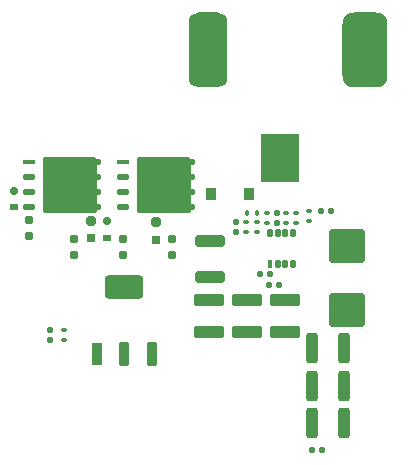
<source format=gbr>
%TF.GenerationSoftware,Altium Limited,Altium Designer,24.6.1 (21)*%
G04 Layer_Color=8421504*
%FSLAX45Y45*%
%MOMM*%
%TF.SameCoordinates,18E76ECD-83C5-444D-8C50-6D49F83D0F89*%
%TF.FilePolarity,Positive*%
%TF.FileFunction,Paste,Top*%
%TF.Part,Single*%
G01*
G75*
%TA.AperFunction,SMDPad,CuDef*%
%ADD11R,0.45000X0.75000*%
G04:AMPARAMS|DCode=12|XSize=0.45mm|YSize=0.75mm|CornerRadius=0.1125mm|HoleSize=0mm|Usage=FLASHONLY|Rotation=180.000|XOffset=0mm|YOffset=0mm|HoleType=Round|Shape=RoundedRectangle|*
%AMROUNDEDRECTD12*
21,1,0.45000,0.52500,0,0,180.0*
21,1,0.22500,0.75000,0,0,180.0*
1,1,0.22500,-0.11250,0.26250*
1,1,0.22500,0.11250,0.26250*
1,1,0.22500,0.11250,-0.26250*
1,1,0.22500,-0.11250,-0.26250*
%
%ADD12ROUNDEDRECTD12*%
%TA.AperFunction,ConnectorPad*%
%ADD13R,3.30000X4.06000*%
G04:AMPARAMS|DCode=14|XSize=3.81mm|YSize=6.35mm|CornerRadius=0.9525mm|HoleSize=0mm|Usage=FLASHONLY|Rotation=0.000|XOffset=0mm|YOffset=0mm|HoleType=Round|Shape=RoundedRectangle|*
%AMROUNDEDRECTD14*
21,1,3.81000,4.44500,0,0,0.0*
21,1,1.90500,6.35000,0,0,0.0*
1,1,1.90500,0.95250,-2.22250*
1,1,1.90500,-0.95250,-2.22250*
1,1,1.90500,-0.95250,2.22250*
1,1,1.90500,0.95250,2.22250*
%
%ADD14ROUNDEDRECTD14*%
G04:AMPARAMS|DCode=15|XSize=3.3mm|YSize=6.35mm|CornerRadius=0.825mm|HoleSize=0mm|Usage=FLASHONLY|Rotation=0.000|XOffset=0mm|YOffset=0mm|HoleType=Round|Shape=RoundedRectangle|*
%AMROUNDEDRECTD15*
21,1,3.30000,4.70000,0,0,0.0*
21,1,1.65000,6.35000,0,0,0.0*
1,1,1.65000,0.82500,-2.35000*
1,1,1.65000,-0.82500,-2.35000*
1,1,1.65000,-0.82500,2.35000*
1,1,1.65000,0.82500,2.35000*
%
%ADD15ROUNDEDRECTD15*%
%TA.AperFunction,SMDPad,CuDef*%
%ADD16R,0.90000X1.95000*%
G04:AMPARAMS|DCode=17|XSize=0.9mm|YSize=1.95mm|CornerRadius=0.11mm|HoleSize=0mm|Usage=FLASHONLY|Rotation=180.000|XOffset=0mm|YOffset=0mm|HoleType=Round|Shape=RoundedRectangle|*
%AMROUNDEDRECTD17*
21,1,0.90000,1.73000,0,0,180.0*
21,1,0.68000,1.95000,0,0,180.0*
1,1,0.22000,-0.34000,0.86500*
1,1,0.22000,0.34000,0.86500*
1,1,0.22000,0.34000,-0.86500*
1,1,0.22000,-0.34000,-0.86500*
%
%ADD17ROUNDEDRECTD17*%
G04:AMPARAMS|DCode=18|XSize=3.25mm|YSize=1.95mm|CornerRadius=0.25mm|HoleSize=0mm|Usage=FLASHONLY|Rotation=180.000|XOffset=0mm|YOffset=0mm|HoleType=Round|Shape=RoundedRectangle|*
%AMROUNDEDRECTD18*
21,1,3.25000,1.45000,0,0,180.0*
21,1,2.75000,1.95000,0,0,180.0*
1,1,0.50000,-1.37500,0.72500*
1,1,0.50000,1.37500,0.72500*
1,1,0.50000,1.37500,-0.72500*
1,1,0.50000,-1.37500,-0.72500*
%
%ADD18ROUNDEDRECTD18*%
G04:AMPARAMS|DCode=19|XSize=0.45mm|YSize=1.05mm|CornerRadius=0.1125mm|HoleSize=0mm|Usage=FLASHONLY|Rotation=90.000|XOffset=0mm|YOffset=0mm|HoleType=Round|Shape=RoundedRectangle|*
%AMROUNDEDRECTD19*
21,1,0.45000,0.82500,0,0,90.0*
21,1,0.22500,1.05000,0,0,90.0*
1,1,0.22500,0.41250,0.11250*
1,1,0.22500,0.41250,-0.11250*
1,1,0.22500,-0.41250,-0.11250*
1,1,0.22500,-0.41250,0.11250*
%
%ADD19ROUNDEDRECTD19*%
G04:AMPARAMS|DCode=20|XSize=4.7mm|YSize=4.5mm|CornerRadius=0.1125mm|HoleSize=0mm|Usage=FLASHONLY|Rotation=270.000|XOffset=0mm|YOffset=0mm|HoleType=Round|Shape=RoundedRectangle|*
%AMROUNDEDRECTD20*
21,1,4.70000,4.27500,0,0,270.0*
21,1,4.47500,4.50000,0,0,270.0*
1,1,0.22500,-2.13750,-2.23750*
1,1,0.22500,-2.13750,2.23750*
1,1,0.22500,2.13750,2.23750*
1,1,0.22500,2.13750,-2.23750*
%
%ADD20ROUNDEDRECTD20*%
%ADD21R,1.05000X0.45000*%
G04:AMPARAMS|DCode=22|XSize=1.1mm|YSize=0.9mm|CornerRadius=0.225mm|HoleSize=0mm|Usage=FLASHONLY|Rotation=90.000|XOffset=0mm|YOffset=0mm|HoleType=Round|Shape=RoundedRectangle|*
%AMROUNDEDRECTD22*
21,1,1.10000,0.45000,0,0,90.0*
21,1,0.65000,0.90000,0,0,90.0*
1,1,0.45000,0.22500,0.32500*
1,1,0.45000,0.22500,-0.32500*
1,1,0.45000,-0.22500,-0.32500*
1,1,0.45000,-0.22500,0.32500*
%
%ADD22ROUNDEDRECTD22*%
%ADD23R,0.90000X1.10000*%
G04:AMPARAMS|DCode=24|XSize=0.7mm|YSize=0.6mm|CornerRadius=0.15mm|HoleSize=0mm|Usage=FLASHONLY|Rotation=180.000|XOffset=0mm|YOffset=0mm|HoleType=Round|Shape=RoundedRectangle|*
%AMROUNDEDRECTD24*
21,1,0.70000,0.30000,0,0,180.0*
21,1,0.40000,0.60000,0,0,180.0*
1,1,0.30000,-0.20000,0.15000*
1,1,0.30000,0.20000,0.15000*
1,1,0.30000,0.20000,-0.15000*
1,1,0.30000,-0.20000,-0.15000*
%
%ADD24ROUNDEDRECTD24*%
%ADD25R,0.70000X0.60000*%
G04:AMPARAMS|DCode=26|XSize=0.75mm|YSize=0.6mm|CornerRadius=0.15mm|HoleSize=0mm|Usage=FLASHONLY|Rotation=180.000|XOffset=0mm|YOffset=0mm|HoleType=Round|Shape=RoundedRectangle|*
%AMROUNDEDRECTD26*
21,1,0.75000,0.30000,0,0,180.0*
21,1,0.45000,0.60000,0,0,180.0*
1,1,0.30000,-0.22500,0.15000*
1,1,0.30000,0.22500,0.15000*
1,1,0.30000,0.22500,-0.15000*
1,1,0.30000,-0.22500,-0.15000*
%
%ADD26ROUNDEDRECTD26*%
G04:AMPARAMS|DCode=27|XSize=0.45mm|YSize=0.4mm|CornerRadius=0.1mm|HoleSize=0mm|Usage=FLASHONLY|Rotation=180.000|XOffset=0mm|YOffset=0mm|HoleType=Round|Shape=RoundedRectangle|*
%AMROUNDEDRECTD27*
21,1,0.45000,0.20000,0,0,180.0*
21,1,0.25000,0.40000,0,0,180.0*
1,1,0.20000,-0.12500,0.10000*
1,1,0.20000,0.12500,0.10000*
1,1,0.20000,0.12500,-0.10000*
1,1,0.20000,-0.12500,-0.10000*
%
%ADD27ROUNDEDRECTD27*%
%ADD28R,0.80000X0.80000*%
G04:AMPARAMS|DCode=29|XSize=0.8mm|YSize=0.8mm|CornerRadius=0.2mm|HoleSize=0mm|Usage=FLASHONLY|Rotation=90.000|XOffset=0mm|YOffset=0mm|HoleType=Round|Shape=RoundedRectangle|*
%AMROUNDEDRECTD29*
21,1,0.80000,0.40000,0,0,90.0*
21,1,0.40000,0.80000,0,0,90.0*
1,1,0.40000,0.20000,0.20000*
1,1,0.40000,0.20000,-0.20000*
1,1,0.40000,-0.20000,-0.20000*
1,1,0.40000,-0.20000,0.20000*
%
%ADD29ROUNDEDRECTD29*%
G04:AMPARAMS|DCode=30|XSize=3.05mm|YSize=2.8mm|CornerRadius=0.14mm|HoleSize=0mm|Usage=FLASHONLY|Rotation=0.000|XOffset=0mm|YOffset=0mm|HoleType=Round|Shape=RoundedRectangle|*
%AMROUNDEDRECTD30*
21,1,3.05000,2.52000,0,0,0.0*
21,1,2.77000,2.80000,0,0,0.0*
1,1,0.28000,1.38500,-1.26000*
1,1,0.28000,-1.38500,-1.26000*
1,1,0.28000,-1.38500,1.26000*
1,1,0.28000,1.38500,1.26000*
%
%ADD30ROUNDEDRECTD30*%
G04:AMPARAMS|DCode=31|XSize=2.5mm|YSize=1mm|CornerRadius=0.25mm|HoleSize=0mm|Usage=FLASHONLY|Rotation=0.000|XOffset=0mm|YOffset=0mm|HoleType=Round|Shape=RoundedRectangle|*
%AMROUNDEDRECTD31*
21,1,2.50000,0.50000,0,0,0.0*
21,1,2.00000,1.00000,0,0,0.0*
1,1,0.50000,1.00000,-0.25000*
1,1,0.50000,-1.00000,-0.25000*
1,1,0.50000,-1.00000,0.25000*
1,1,0.50000,1.00000,0.25000*
%
%ADD31ROUNDEDRECTD31*%
G04:AMPARAMS|DCode=32|XSize=2.6mm|YSize=1mm|CornerRadius=0.25mm|HoleSize=0mm|Usage=FLASHONLY|Rotation=0.000|XOffset=0mm|YOffset=0mm|HoleType=Round|Shape=RoundedRectangle|*
%AMROUNDEDRECTD32*
21,1,2.60000,0.50000,0,0,0.0*
21,1,2.10000,1.00000,0,0,0.0*
1,1,0.50000,1.05000,-0.25000*
1,1,0.50000,-1.05000,-0.25000*
1,1,0.50000,-1.05000,0.25000*
1,1,0.50000,1.05000,0.25000*
%
%ADD32ROUNDEDRECTD32*%
G04:AMPARAMS|DCode=33|XSize=0.54mm|YSize=0.5mm|CornerRadius=0.125mm|HoleSize=0mm|Usage=FLASHONLY|Rotation=270.000|XOffset=0mm|YOffset=0mm|HoleType=Round|Shape=RoundedRectangle|*
%AMROUNDEDRECTD33*
21,1,0.54000,0.25000,0,0,270.0*
21,1,0.29000,0.50000,0,0,270.0*
1,1,0.25000,-0.12500,-0.14500*
1,1,0.25000,-0.12500,0.14500*
1,1,0.25000,0.12500,0.14500*
1,1,0.25000,0.12500,-0.14500*
%
%ADD33ROUNDEDRECTD33*%
G04:AMPARAMS|DCode=34|XSize=0.54mm|YSize=0.5mm|CornerRadius=0.125mm|HoleSize=0mm|Usage=FLASHONLY|Rotation=180.000|XOffset=0mm|YOffset=0mm|HoleType=Round|Shape=RoundedRectangle|*
%AMROUNDEDRECTD34*
21,1,0.54000,0.25000,0,0,180.0*
21,1,0.29000,0.50000,0,0,180.0*
1,1,0.25000,-0.14500,0.12500*
1,1,0.25000,0.14500,0.12500*
1,1,0.25000,0.14500,-0.12500*
1,1,0.25000,-0.14500,-0.12500*
%
%ADD34ROUNDEDRECTD34*%
G04:AMPARAMS|DCode=35|XSize=2.6mm|YSize=1mm|CornerRadius=0.25mm|HoleSize=0mm|Usage=FLASHONLY|Rotation=270.000|XOffset=0mm|YOffset=0mm|HoleType=Round|Shape=RoundedRectangle|*
%AMROUNDEDRECTD35*
21,1,2.60000,0.50000,0,0,270.0*
21,1,2.10000,1.00000,0,0,270.0*
1,1,0.50000,-0.25000,-1.05000*
1,1,0.50000,-0.25000,1.05000*
1,1,0.50000,0.25000,1.05000*
1,1,0.50000,0.25000,-1.05000*
%
%ADD35ROUNDEDRECTD35*%
G04:AMPARAMS|DCode=36|XSize=0.45mm|YSize=0.4mm|CornerRadius=0.1mm|HoleSize=0mm|Usage=FLASHONLY|Rotation=270.000|XOffset=0mm|YOffset=0mm|HoleType=Round|Shape=RoundedRectangle|*
%AMROUNDEDRECTD36*
21,1,0.45000,0.20000,0,0,270.0*
21,1,0.25000,0.40000,0,0,270.0*
1,1,0.20000,-0.10000,-0.12500*
1,1,0.20000,-0.10000,0.12500*
1,1,0.20000,0.10000,0.12500*
1,1,0.20000,0.10000,-0.12500*
%
%ADD36ROUNDEDRECTD36*%
%TA.AperFunction,NonConductor*%
%ADD87R,1.02000X1.13000*%
D11*
X812500Y-397500D02*
D03*
D12*
X877500D02*
D03*
X942500D02*
D03*
X1007500D02*
D03*
X812500Y-142500D02*
D03*
X877500D02*
D03*
X942500D02*
D03*
X1007500D02*
D03*
D13*
X895499Y493000D02*
D03*
D14*
X1614499Y1407000D02*
D03*
D15*
X285499D02*
D03*
D16*
X-650000Y-1162500D02*
D03*
D17*
X-420000D02*
D03*
X-190000D02*
D03*
D18*
X-420000Y-597500D02*
D03*
D19*
X-669000Y460500D02*
D03*
X-1231000Y333500D02*
D03*
Y206500D02*
D03*
Y79500D02*
D03*
X-669000Y333500D02*
D03*
Y206500D02*
D03*
Y79500D02*
D03*
X128500Y460500D02*
D03*
X-433500Y333500D02*
D03*
Y206500D02*
D03*
Y79500D02*
D03*
X128500Y333500D02*
D03*
Y206500D02*
D03*
Y79500D02*
D03*
D20*
X-882500Y270000D02*
D03*
X-85000D02*
D03*
D21*
X-1231000Y460500D02*
D03*
X-433500D02*
D03*
D22*
X630000Y190000D02*
D03*
D23*
X310000D02*
D03*
D24*
X-1352509Y220000D02*
D03*
X-570009Y-40000D02*
D03*
D25*
X-1352509Y80000D02*
D03*
X-570009Y-180000D02*
D03*
D26*
X-20000Y-192500D02*
D03*
Y-327500D02*
D03*
X-1232500Y-32500D02*
D03*
Y-167500D02*
D03*
X-850000Y-192500D02*
D03*
Y-327500D02*
D03*
X-430000Y-190000D02*
D03*
Y-325000D02*
D03*
D27*
X-930000Y-1047000D02*
D03*
Y-962000D02*
D03*
X1140000Y-35000D02*
D03*
Y50000D02*
D03*
X610000Y-132500D02*
D03*
Y-47500D02*
D03*
X700000D02*
D03*
Y-132500D02*
D03*
X790000Y-52500D02*
D03*
Y32500D02*
D03*
X1030000Y-55000D02*
D03*
Y30000D02*
D03*
X950000Y32500D02*
D03*
Y-52500D02*
D03*
D28*
X-702501Y-185000D02*
D03*
X-150000Y-195000D02*
D03*
D29*
X-702501Y-35000D02*
D03*
X-150000Y-45000D02*
D03*
D30*
X1460000Y-790000D02*
D03*
Y-250000D02*
D03*
D31*
X300000Y-510000D02*
D03*
Y-210000D02*
D03*
D32*
X295000Y-976674D02*
D03*
Y-706674D02*
D03*
X935000Y-976674D02*
D03*
Y-706674D02*
D03*
X615000D02*
D03*
Y-976674D02*
D03*
D33*
X805000Y-580000D02*
D03*
X891000D02*
D03*
X1240000Y50000D02*
D03*
X1326000D02*
D03*
X810000Y-490000D02*
D03*
X724000D02*
D03*
X1166000Y-1979500D02*
D03*
X1252000D02*
D03*
D34*
X520000Y-133000D02*
D03*
Y-47000D02*
D03*
X870000Y-53000D02*
D03*
Y33000D02*
D03*
X-1050000Y-1045000D02*
D03*
Y-959000D02*
D03*
D35*
X1165000Y-1110000D02*
D03*
X1435000D02*
D03*
X1165000Y-1430000D02*
D03*
X1435000D02*
D03*
X1165000Y-1750000D02*
D03*
X1435000D02*
D03*
D36*
X702500Y30000D02*
D03*
X617500D02*
D03*
D87*
X-911880Y402985D02*
D03*
X-789920Y137015D02*
D03*
X-911880Y136985D02*
D03*
Y269985D02*
D03*
X-789920Y270015D02*
D03*
Y403015D02*
D03*
X-1033920Y270015D02*
D03*
Y403015D02*
D03*
Y137015D02*
D03*
X-114378Y402985D02*
D03*
X7578Y137015D02*
D03*
X-114378Y136985D02*
D03*
Y269985D02*
D03*
X7578Y270015D02*
D03*
Y403015D02*
D03*
X-236422Y270015D02*
D03*
Y403015D02*
D03*
Y137015D02*
D03*
%TF.MD5,4f69a38e8ed5294fb3dc930477cfe201*%
M02*

</source>
